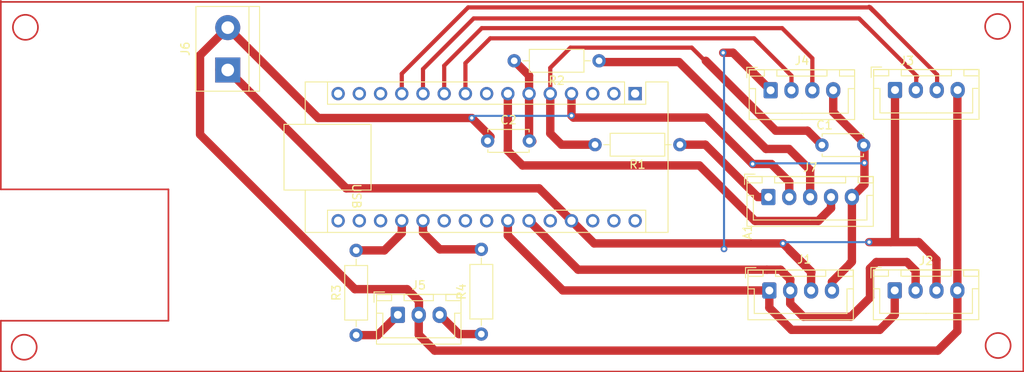
<source format=kicad_pcb>
(kicad_pcb (version 20211014) (generator pcbnew)
  (layers (0 "F.Cu" signal) (31 "B.Cu" signal) (34 "B.Paste" user) (35 "F.Paste" user) (36 "B.SilkS" user "B.Silkscreen") (37 "F.SilkS" user "F.Silkscreen") (38 "B.Mask" user) (39 "F.Mask" user) (44 "Edge.Cuts" user))
  (net 0 "")
  (net 4 "GNDREF")
  (net 5 "Net-(A1-Pad5)")
  (net 6 "Net-(A1-Pad6)")
  (net 7 "Net-(A1-Pad7)")
  (net 9 "Net-(A1-Pad9)")
  (net 10 "Net-(A1-Pad10)")
  (net 11 "Net-(A1-Pad11)")
  (net 12 "Net-(A1-Pad12)")
  (net 19 "Net-(A1-Pad19)")
  (net 20 "Net-(A1-Pad20)")
  (net 24 "Net-(A1-Pad24)")
  (net 25 "Net-(A1-Pad25)")
  (net 27 "+5V")
  (net 30 "Net-(J5-Pad1)")
  (net 31 "Net-(J5-Pad3)")
  (net 32 "Net-(R1-Pad1)")
  (net 33 "Net-(R2-Pad1)")
  (footprint "Capacitor_THT:C_Disc_D4.7mm_W2.5mm_P5.00mm" (layer "F.Cu") (at 73.1412 46.1264)
    (fp_text reference "C2" (at 2.5 -2.5) (layer "F.SilkS"))
    (fp_text value "100n")
    (fp_line (start 0.03 -1.37) (end 0.03 -1.055) (layer "F.SilkS") (width 0.12))
    (fp_line (start 4.97 -1.37) (end 4.97 -1.055) (layer "F.SilkS") (width 0.12))
    (fp_line (start 0.03 1.37) (end 4.97 1.37) (layer "F.SilkS") (width 0.12))
    (fp_line (start 0.03 -1.37) (end 4.97 -1.37) (layer "F.SilkS") (width 0.12))
    (fp_line (start 4.97 1.055) (end 4.97 1.37) (layer "F.SilkS") (width 0.12))
    (fp_line (start 0.03 1.055) (end 0.03 1.37) (layer "F.SilkS") (width 0.12))
    (pad "1" thru_hole circle (at 0 0) (size 1.6 1.6) (drill 0.8) (layers *.Cu *.Mask) (net 4 "GNDREF"))
    (pad "2" thru_hole circle (at 5 0) (size 1.6 1.6) (drill 0.8) (layers *.Cu *.Mask) (net 6 "Net-(A1-Pad6)"))
  )
  (footprint "Connector_JST:JST_XH_B4B-XH-A_1x04_P2.50mm_Vertical" (layer "F.Cu") (at 107.0248 40.0596)
    (fp_text reference "J4" (at 3.75 -3.55) (layer "F.SilkS"))
    (fp_text value "Реле 2")
    (fp_line (start 10.06 -2.46) (end -2.56 -2.46) (layer "F.SilkS") (width 0.12))
    (fp_line (start -2.85 -2.75) (end -2.85 -1.5) (layer "F.SilkS") (width 0.12))
    (fp_line (start -2.55 -0.2) (end -1.8 -0.2) (layer "F.SilkS") (width 0.12))
    (fp_line (start -0.75 -2.45) (end -2.55 -2.45) (layer "F.SilkS") (width 0.12))
    (fp_line (start 6.75 -1.7) (end 6.75 -2.45) (layer "F.SilkS") (width 0.12))
    (fp_line (start -2.56 -2.46) (end -2.56 3.51) (layer "F.SilkS") (width 0.12))
    (fp_line (start -2.55 -2.45) (end -2.55 -1.7) (layer "F.SilkS") (width 0.12))
    (fp_line (start 10.05 -2.45) (end 8.25 -2.45) (layer "F.SilkS") (width 0.12))
    (fp_line (start -0.75 -1.7) (end -0.75 -2.45) (layer "F.SilkS") (width 0.12))
    (fp_line (start -1.6 -2.75) (end -2.85 -2.75) (layer "F.SilkS") (width 0.12))
    (fp_line (start 0.75 -2.45) (end 0.75 -1.7) (layer "F.SilkS") (width 0.12))
    (fp_line (start -1.8 2.75) (end 3.75 2.75) (layer "F.SilkS") (width 0.12))
    (fp_line (start 8.25 -2.45) (end 8.25 -1.7) (layer "F.SilkS") (width 0.12))
    (fp_line (start 9.3 -0.2) (end 9.3 2.75) (layer "F.SilkS") (width 0.12))
    (fp_line (start 0.75 -1.7) (end 6.75 -1.7) (layer "F.SilkS") (width 0.12))
    (fp_line (start -1.8 -0.2) (end -1.8 2.75) (layer "F.SilkS") (width 0.12))
    (fp_line (start 10.05 -1.7) (end 10.05 -2.45) (layer "F.SilkS") (width 0.12))
    (fp_line (start 8.25 -1.7) (end 10.05 -1.7) (layer "F.SilkS") (width 0.12))
    (fp_line (start -2.56 3.51) (end 10.06 3.51) (layer "F.SilkS") (width 0.12))
    (fp_line (start 10.06 3.51) (end 10.06 -2.46) (layer "F.SilkS") (width 0.12))
    (fp_line (start 6.75 -2.45) (end 0.75 -2.45) (layer "F.SilkS") (width 0.12))
    (fp_line (start -2.55 -1.7) (end -0.75 -1.7) (layer "F.SilkS") (width 0.12))
    (fp_line (start 9.3 2.75) (end 3.75 2.75) (layer "F.SilkS") (width 0.12))
    (fp_line (start 10.05 -0.2) (end 9.3 -0.2) (layer "F.SilkS") (width 0.12))
    (pad "1" thru_hole roundrect (at 0 0) (size 1.7 1.95) (drill 0.95) (layers *.Cu *.Mask) (roundrect_rratio 0.147059) (net 27 "+5V"))
    (pad "2" thru_hole oval (at 2.5 0) (size 1.7 1.95) (drill 0.95) (layers *.Cu *.Mask) (net 9 "Net-(A1-Pad9)"))
    (pad "3" thru_hole oval (at 5 0) (size 1.7 1.95) (drill 0.95) (layers *.Cu *.Mask) (net 10 "Net-(A1-Pad10)"))
    (pad "4" thru_hole oval (at 7.5 0) (size 1.7 1.95) (drill 0.95) (layers *.Cu *.Mask) (net 4 "GNDREF"))
  )
  (footprint "Resistor_THT:R_Axial_DIN0207_L6.3mm_D2.5mm_P10.16mm_Horizontal" (layer "F.Cu") (at 72.39 69.2912 90)
    (fp_text reference "R4" (at 5.08 -2.37 90) (layer "F.SilkS"))
    (fp_text value "4,7K")
    (fp_line (start 8.35 -1.37) (end 1.81 -1.37) (layer "F.SilkS") (width 0.12))
    (fp_line (start 1.04 0) (end 1.81 0) (layer "F.SilkS") (width 0.12))
    (fp_line (start 1.81 -1.37) (end 1.81 1.37) (layer "F.SilkS") (width 0.12))
    (fp_line (start 8.35 1.37) (end 8.35 -1.37) (layer "F.SilkS") (width 0.12))
    (fp_line (start 9.12 0) (end 8.35 0) (layer "F.SilkS") (width 0.12))
    (fp_line (start 1.81 1.37) (end 8.35 1.37) (layer "F.SilkS") (width 0.12))
    (pad "1" thru_hole circle (at 0 0 90) (size 1.6 1.6) (drill 0.8) (layers *.Cu *.Mask) (net 31 "Net-(J5-Pad3)"))
    (pad "2" thru_hole oval (at 10.16 0 90) (size 1.6 1.6) (drill 0.8) (layers *.Cu *.Mask) (net 20 "Net-(A1-Pad20)"))
  )
  (footprint "Capacitor_THT:C_Disc_D4.7mm_W2.5mm_P5.00mm" (layer "F.Cu") (at 113.1716 46.6344)
    (fp_text reference "C1" (at 0.3048 -2.3984) (layer "F.SilkS"))
    (fp_text value "100n")
    (fp_line (start 4.97 -1.37) (end 4.97 -1.055) (layer "F.SilkS") (width 0.12))
    (fp_line (start 0.03 -1.37) (end 0.03 -1.055) (layer "F.SilkS") (width 0.12))
    (fp_line (start 4.97 1.055) (end 4.97 1.37) (layer "F.SilkS") (width 0.12))
    (fp_line (start 0.03 -1.37) (end 4.97 -1.37) (layer "F.SilkS") (width 0.12))
    (fp_line (start 0.03 1.055) (end 0.03 1.37) (layer "F.SilkS") (width 0.12))
    (fp_line (start 0.03 1.37) (end 4.97 1.37) (layer "F.SilkS") (width 0.12))
    (pad "1" thru_hole circle (at 0 0) (size 1.6 1.6) (drill 0.8) (layers *.Cu *.Mask) (net 5 "Net-(A1-Pad5)"))
    (pad "2" thru_hole circle (at 5 0) (size 1.6 1.6) (drill 0.8) (layers *.Cu *.Mask) (net 4 "GNDREF"))
  )
  (footprint "Connector_JST:JST_XH_B4B-XH-A_1x04_P2.50mm_Vertical" (layer "F.Cu") (at 106.8724 64.0657)
    (fp_text reference "J1" (at 4.190302 -3.737) (layer "F.SilkS"))
    (fp_text value "LCD1602-1")
    (fp_line (start 6.75 -2.45) (end 0.75 -2.45) (layer "F.SilkS") (width 0.12))
    (fp_line (start -2.56 -2.46) (end -2.56 3.51) (layer "F.SilkS") (width 0.12))
    (fp_line (start -2.55 -0.2) (end -1.8 -0.2) (layer "F.SilkS") (width 0.12))
    (fp_line (start 9.3 -0.2) (end 9.3 2.75) (layer "F.SilkS") (width 0.12))
    (fp_line (start -2.85 -2.75) (end -2.85 -1.5) (layer "F.SilkS") (width 0.12))
    (fp_line (start 10.05 -1.7) (end 10.05 -2.45) (layer "F.SilkS") (width 0.12))
    (fp_line (start 6.75 -1.7) (end 6.75 -2.45) (layer "F.SilkS") (width 0.12))
    (fp_line (start -1.6 -2.75) (end -2.85 -2.75) (layer "F.SilkS") (width 0.12))
    (fp_line (start -2.56 3.51) (end 10.06 3.51) (layer "F.SilkS") (width 0.12))
    (fp_line (start 10.06 3.51) (end 10.06 -2.46) (layer "F.SilkS") (width 0.12))
    (fp_line (start -2.55 -1.7) (end -0.75 -1.7) (layer "F.SilkS") (width 0.12))
    (fp_line (start -1.8 -0.2) (end -1.8 2.75) (layer "F.SilkS") (width 0.12))
    (fp_line (start -0.75 -1.7) (end -0.75 -2.45) (layer "F.SilkS") (width 0.12))
    (fp_line (start 10.06 -2.46) (end -2.56 -2.46) (layer "F.SilkS") (width 0.12))
    (fp_line (start 10.05 -0.2) (end 9.3 -0.2) (layer "F.SilkS") (width 0.12))
    (fp_line (start 8.25 -1.7) (end 10.05 -1.7) (layer "F.SilkS") (width 0.12))
    (fp_line (start 0.75 -1.7) (end 6.75 -1.7) (layer "F.SilkS") (width 0.12))
    (fp_line (start -1.8 2.75) (end 3.75 2.75) (layer "F.SilkS") (width 0.12))
    (fp_line (start -0.75 -2.45) (end -2.55 -2.45) (layer "F.SilkS") (width 0.12))
    (fp_line (start 0.75 -2.45) (end 0.75 -1.7) (layer "F.SilkS") (width 0.12))
    (fp_line (start 10.05 -2.45) (end 8.25 -2.45) (layer "F.SilkS") (width 0.12))
    (fp_line (start -2.55 -2.45) (end -2.55 -1.7) (layer "F.SilkS") (width 0.12))
    (fp_line (start 9.3 2.75) (end 3.75 2.75) (layer "F.SilkS") (width 0.12))
    (fp_line (start 8.25 -2.45) (end 8.25 -1.7) (layer "F.SilkS") (width 0.12))
    (pad "1" thru_hole roundrect (at 0 0) (size 1.7 1.95) (drill 0.95) (layers *.Cu *.Mask) (roundrect_rratio 0.147059) (net 24 "Net-(A1-Pad24)"))
    (pad "2" thru_hole oval (at 2.5 0) (size 1.7 1.95) (drill 0.95) (layers *.Cu *.Mask) (net 25 "Net-(A1-Pad25)"))
    (pad "3" thru_hole oval (at 5 0) (size 1.7 1.95) (drill 0.95) (layers *.Cu *.Mask) (net 27 "+5V"))
    (pad "4" thru_hole oval (at 7.5 0) (size 1.7 1.95) (drill 0.95) (layers *.Cu *.Mask) (net 4 "GNDREF"))
  )
  (footprint "Resistor_THT:R_Axial_DIN0207_L6.3mm_D2.5mm_P10.16mm_Horizontal" (layer "F.Cu") (at 57.404 69.4182 90)
    (fp_text reference "R3" (at 5.08 -2.37 90) (layer "F.SilkS"))
    (fp_text value "4,7K")
    (fp_line (start 1.81 -1.37) (end 1.81 1.37) (layer "F.SilkS") (width 0.12))
    (fp_line (start 9.12 0) (end 8.35 0) (layer "F.SilkS") (width 0.12))
    (fp_line (start 8.35 1.37) (end 8.35 -1.37) (layer "F.SilkS") (width 0.12))
    (fp_line (start 1.04 0) (end 1.81 0) (layer "F.SilkS") (width 0.12))
    (fp_line (start 1.81 1.37) (end 8.35 1.37) (layer "F.SilkS") (width 0.12))
    (fp_line (start 8.35 -1.37) (end 1.81 -1.37) (layer "F.SilkS") (width 0.12))
    (pad "1" thru_hole circle (at 0 0 90) (size 1.6 1.6) (drill 0.8) (layers *.Cu *.Mask) (net 30 "Net-(J5-Pad1)"))
    (pad "2" thru_hole oval (at 10.16 0 90) (size 1.6 1.6) (drill 0.8) (layers *.Cu *.Mask) (net 19 "Net-(A1-Pad19)"))
  )
  (footprint "TerminalBlock:TerminalBlock_bornier-2_P5.08mm" (layer "F.Cu") (at 42.0272 37.6301 90)
    (fp_text reference "J6" (at 2.54 -5.08 90) (layer "F.SilkS"))
    (fp_text value "5V")
    (fp_line (start -2.54 -3.81) (end -2.54 3.81) (layer "F.SilkS") (width 0.12))
    (fp_line (start 7.62 -3.81) (end -2.54 -3.81) (layer "F.SilkS") (width 0.12))
    (fp_line (start 7.62 3.81) (end 7.62 -3.81) (layer "F.SilkS") (width 0.12))
    (fp_line (start -2.54 3.81) (end 7.62 3.81) (layer "F.SilkS") (width 0.12))
    (fp_line (start 7.62 2.54) (end -2.54 2.54) (layer "F.SilkS") (width 0.12))
    (pad "1" thru_hole rect (at 0 0 90) (size 3 3) (drill 1.52) (layers *.Cu *.Mask) (net 27 "+5V"))
    (pad "2" thru_hole circle (at 5.08 0 90) (size 3 3) (drill 1.52) (layers *.Cu *.Mask) (net 4 "GNDREF"))
  )
  (footprint "Connector_JST:JST_XH_B4B-XH-A_1x04_P2.50mm_Vertical" (layer "F.Cu") (at 121.8876 64.0565)
    (fp_text reference "J2" (at 3.75 -3.55) (layer "F.SilkS"))
    (fp_text value "LCD1602-2")
    (fp_line (start -2.55 -0.2) (end -1.8 -0.2) (layer "F.SilkS") (width 0.12))
    (fp_line (start -0.75 -1.7) (end -0.75 -2.45) (layer "F.SilkS") (width 0.12))
    (fp_line (start -1.8 -0.2) (end -1.8 2.75) (layer "F.SilkS") (width 0.12))
    (fp_line (start 10.06 -2.46) (end -2.56 -2.46) (layer "F.SilkS") (width 0.12))
    (fp_line (start 6.75 -2.45) (end 0.75 -2.45) (layer "F.SilkS") (width 0.12))
    (fp_line (start 10.05 -0.2) (end 9.3 -0.2) (layer "F.SilkS") (width 0.12))
    (fp_line (start -0.75 -2.45) (end -2.55 -2.45) (layer "F.SilkS") (width 0.12))
    (fp_line (start 0.75 -2.45) (end 0.75 -1.7) (layer "F.SilkS") (width 0.12))
    (fp_line (start -1.8 2.75) (end 3.75 2.75) (layer "F.SilkS") (width 0.12))
    (fp_line (start 0.75 -1.7) (end 6.75 -1.7) (layer "F.SilkS") (width 0.12))
    (fp_line (start 9.3 2.75) (end 3.75 2.75) (layer "F.SilkS") (width 0.12))
    (fp_line (start 10.06 3.51) (end 10.06 -2.46) (layer "F.SilkS") (width 0.12))
    (fp_line (start 10.05 -1.7) (end 10.05 -2.45) (layer "F.SilkS") (width 0.12))
    (fp_line (start -2.85 -2.75) (end -2.85 -1.5) (layer "F.SilkS") (width 0.12))
    (fp_line (start 8.25 -2.45) (end 8.25 -1.7) (layer "F.SilkS") (width 0.12))
    (fp_line (start -2.55 -1.7) (end -0.75 -1.7) (layer "F.SilkS") (width 0.12))
    (fp_line (start -2.55 -2.45) (end -2.55 -1.7) (layer "F.SilkS") (width 0.12))
    (fp_line (start 9.3 -0.2) (end 9.3 2.75) (layer "F.SilkS") (width 0.12))
    (fp_line (start -2.56 -2.46) (end -2.56 3.51) (layer "F.SilkS") (width 0.12))
    (fp_line (start -2.56 3.51) (end 10.06 3.51) (layer "F.SilkS") (width 0.12))
    (fp_line (start 6.75 -1.7) (end 6.75 -2.45) (layer "F.SilkS") (width 0.12))
    (fp_line (start 10.05 -2.45) (end 8.25 -2.45) (layer "F.SilkS") (width 0.12))
    (fp_line (start -1.6 -2.75) (end -2.85 -2.75) (layer "F.SilkS") (width 0.12))
    (fp_line (start 8.25 -1.7) (end 10.05 -1.7) (layer "F.SilkS") (width 0.12))
    (pad "1" thru_hole roundrect (at 0 0) (size 1.7 1.95) (drill 0.95) (layers *.Cu *.Mask) (roundrect_rratio 0.147059) (net 24 "Net-(A1-Pad24)"))
    (pad "2" thru_hole oval (at 2.5 0) (size 1.7 1.95) (drill 0.95) (layers *.Cu *.Mask) (net 25 "Net-(A1-Pad25)"))
    (pad "3" thru_hole oval (at 5 0) (size 1.7 1.95) (drill 0.95) (layers *.Cu *.Mask) (net 27 "+5V"))
    (pad "4" thru_hole oval (at 7.5 0) (size 1.7 1.95) (drill 0.95) (layers *.Cu *.Mask) (net 4 "GNDREF"))
  )
  (footprint "Module:Arduino_Nano" (layer "F.Cu") (at 90.805 40.4622 -90)
    (fp_text reference "A1" (at 16.5862 -13.462698 90) (layer "F.SilkS"))
    (fp_text value "Arduino_Nano_v3.x")
    (fp_text user "USB" (at 12.2936 33.3629 -90 unlocked) (layer "F.SilkS"))
    (fp_line (start 3.68 42.04) (end 3.68 31.62) (layer "F.SilkS") (width 0.12))
    (fp_line (start 13.97 36.83) (end 16.64 36.83) (layer "F.SilkS") (width 0.12))
    (fp_line (start 13.97 -1.27) (end 13.97 36.83) (layer "F.SilkS") (width 0.12))
    (fp_line (start 1.27 36.83) (end -1.4 36.83) (layer "F.SilkS") (width 0.12))
    (fp_line (start -1.4 -3.94) (end -1.4 -1.27) (layer "F.SilkS") (width 0.12))
    (fp_line (start 16.64 39.5) (end 16.64 -3.94) (layer "F.SilkS") (width 0.12))
    (fp_line (start 16.64 39.5) (end 11.56 39.5) (layer "F.SilkS") (width 0.12))
    (fp_line (start 1.27 1.27) (end 1.27 36.83) (layer "F.SilkS") (width 0.12))
    (fp_line (start 13.97 -1.27) (end 16.64 -1.27) (layer "F.SilkS") (width 0.12))
    (fp_line (start -1.4 39.5) (end 3.68 39.5) (layer "F.SilkS") (width 0.12))
    (fp_line (start 1.27 1.27) (end -1.4 1.27) (layer "F.SilkS") (width 0.12))
    (fp_line (start 16.64 -3.94) (end -1.4 -3.94) (layer "F.SilkS") (width 0.12))
    (fp_line (start 11.56 31.62) (end 11.56 42.04) (layer "F.SilkS") (width 0.12))
    (fp_line (start 1.27 1.27) (end 1.27 -1.27) (layer "F.SilkS") (width 0.12))
    (fp_line (start 1.27 -1.27) (end -1.4 -1.27) (layer "F.SilkS") (width 0.12))
    (fp_line (start 3.68 31.62) (end 11.56 31.62) (layer "F.SilkS") (width 0.12))
    (fp_line (start 11.56 42.04) (end 3.68 42.04) (layer "F.SilkS") (width 0.12))
    (fp_line (start -1.4 1.27) (end -1.4 39.5) (layer "F.SilkS") (width 0.12))
    (pad "1" thru_hole rect (at 0 0 270) (size 1.6 1.6) (drill 1) (layers *.Cu *.Mask))
    (pad "2" thru_hole oval (at 0 2.54 270) (size 1.6 1.6) (drill 1) (layers *.Cu *.Mask))
    (pad "3" thru_hole oval (at 0 5.08 270) (size 1.6 1.6) (drill 1) (layers *.Cu *.Mask))
    (pad "4" thru_hole oval (at 0 7.62 270) (size 1.6 1.6) (drill 1) (layers *.Cu *.Mask) (net 4 "GNDREF"))
    (pad "5" thru_hole oval (at 0 10.16 270) (size 1.6 1.6) (drill 1) (layers *.Cu *.Mask) (net 5 "Net-(A1-Pad5)"))
    (pad "6" thru_hole oval (at 0 12.7 270) (size 1.6 1.6) (drill 1) (layers *.Cu *.Mask) (net 6 "Net-(A1-Pad6)"))
    (pad "7" thru_hole oval (at 0 15.24 270) (size 1.6 1.6) (drill 1) (layers *.Cu *.Mask) (net 7 "Net-(A1-Pad7)"))
    (pad "8" thru_hole oval (at 0 17.78 270) (size 1.6 1.6) (drill 1) (layers *.Cu *.Mask))
    (pad "9" thru_hole oval (at 0 20.32 270) (size 1.6 1.6) (drill 1) (layers *.Cu *.Mask) (net 9 "Net-(A1-Pad9)"))
    (pad "10" thru_hole oval (at 0 22.86 270) (size 1.6 1.6) (drill 1) (layers *.Cu *.Mask) (net 10 "Net-(A1-Pad10)"))
    (pad "11" thru_hole oval (at 0 25.4 270) (size 1.6 1.6) (drill 1) (layers *.Cu *.Mask) (net 11 "Net-(A1-Pad11)"))
    (pad "12" thru_hole oval (at 0 27.94 270) (size 1.6 1.6) (drill 1) (layers *.Cu *.Mask) (net 12 "Net-(A1-Pad12)"))
    (pad "13" thru_hole oval (at 0 30.48 270) (size 1.6 1.6) (drill 1) (layers *.Cu *.Mask))
    (pad "14" thru_hole oval (at 0 33.02 270) (size 1.6 1.6) (drill 1) (layers *.Cu *.Mask))
    (pad "15" thru_hole oval (at 0 35.56 270) (size 1.6 1.6) (drill 1) (layers *.Cu *.Mask))
    (pad "16" thru_hole oval (at 15.24 35.56 270) (size 1.6 1.6) (drill 1) (layers *.Cu *.Mask))
    (pad "17" thru_hole oval (at 15.24 33.02 270) (size 1.6 1.6) (drill 1) (layers *.Cu *.Mask))
    (pad "18" thru_hole oval (at 15.24 30.48 270) (size 1.6 1.6) (drill 1) (layers *.Cu *.Mask))
    (pad "19" thru_hole oval (at 15.24 27.94 270) (size 1.6 1.6) (drill 1) (layers *.Cu *.Mask) (net 19 "Net-(A1-Pad19)"))
    (pad "20" thru_hole oval (at 15.24 25.4 270) (size 1.6 1.6) (drill 1) (layers *.Cu *.Mask) (net 20 "Net-(A1-Pad20)"))
    (pad "21" thru_hole oval (at 15.24 22.86 270) (size 1.6 1.6) (drill 1) (layers *.Cu *.Mask))
    (pad "22" thru_hole oval (at 15.24 20.32 270) (size 1.6 1.6) (drill 1) (layers *.Cu *.Mask))
    (pad "23" thru_hole oval (at 15.24 17.78 270) (size 1.6 1.6) (drill 1) (layers *.Cu *.Mask))
    (pad "24" thru_hole oval (at 15.24 15.24 270) (size 1.6 1.6) (drill 1) (layers *.Cu *.Mask) (net 24 "Net-(A1-Pad24)"))
    (pad "25" thru_hole oval (at 15.24 12.7 270) (size 1.6 1.6) (drill 1) (layers *.Cu *.Mask) (net 25 "Net-(A1-Pad25)"))
    (pad "26" thru_hole oval (at 15.24 10.16 270) (size 1.6 1.6) (drill 1) (layers *.Cu *.Mask))
    (pad "27" thru_hole oval (at 15.24 7.62 270) (size 1.6 1.6) (drill 1) (layers *.Cu *.Mask) (net 27 "+5V"))
    (pad "28" thru_hole oval (at 15.24 5.08 270) (size 1.6 1.6) (drill 1) (layers *.Cu *.Mask))
    (pad "29" thru_hole oval (at 15.24 2.54 270) (size 1.6 1.6) (drill 1) (layers *.Cu *.Mask))
    (pad "30" thru_hole oval (at 15.24 0 270) (size 1.6 1.6) (drill 1) (layers *.Cu *.Mask))
  )
  (footprint "Connector_JST:JST_XH_B5B-XH-A_1x05_P2.50mm_Vertical" (layer "F.Cu") (at 106.76 52.8658)
    (fp_text reference "J7" (at 5 -3.55) (layer "F.SilkS"))
    (fp_text value "Encoder")
    (fp_line (start -1.6 -2.75) (end -2.85 -2.75) (layer "F.SilkS") (width 0.12))
    (fp_line (start 0.75 -2.45) (end 0.75 -1.7) (layer "F.SilkS") (width 0.12))
    (fp_line (start 12.55 -2.45) (end 10.75 -2.45) (layer "F.SilkS") (width 0.12))
    (fp_line (start -2.56 3.51) (end 12.56 3.51) (layer "F.SilkS") (width 0.12))
    (fp_line (start -2.55 -1.7) (end -0.75 -1.7) (layer "F.SilkS") (width 0.12))
    (fp_line (start -1.8 -0.2) (end -1.8 2.75) (layer "F.SilkS") (width 0.12))
    (fp_line (start 9.25 -1.7) (end 9.25 -2.45) (layer "F.SilkS") (width 0.12))
    (fp_line (start -2.85 -2.75) (end -2.85 -1.5) (layer "F.SilkS") (width 0.12))
    (fp_line (start 12.56 -2.46) (end -2.56 -2.46) (layer "F.SilkS") (width 0.12))
    (fp_line (start -0.75 -1.7) (end -0.75 -2.45) (layer "F.SilkS") (width 0.12))
    (fp_line (start 10.75 -2.45) (end 10.75 -1.7) (layer "F.SilkS") (width 0.12))
    (fp_line (start -2.55 -0.2) (end -1.8 -0.2) (layer "F.SilkS") (width 0.12))
    (fp_line (start 9.25 -2.45) (end 0.75 -2.45) (layer "F.SilkS") (width 0.12))
    (fp_line (start -1.8 2.75) (end 5 2.75) (layer "F.SilkS") (width 0.12))
    (fp_line (start 10.75 -1.7) (end 12.55 -1.7) (layer "F.SilkS") (width 0.12))
    (fp_line (start 12.56 3.51) (end 12.56 -2.46) (layer "F.SilkS") (width 0.12))
    (fp_line (start -2.56 -2.46) (end -2.56 3.51) (layer "F.SilkS") (width 0.12))
    (fp_line (start 12.55 -0.2) (end 11.8 -0.2) (layer "F.SilkS") (width 0.12))
    (fp_line (start 11.8 2.75) (end 5 2.75) (layer "F.SilkS") (width 0.12))
    (fp_line (start -2.55 -2.45) (end -2.55 -1.7) (layer "F.SilkS") (width 0.12))
    (fp_line (start 12.55 -1.7) (end 12.55 -2.45) (layer "F.SilkS") (width 0.12))
    (fp_line (start -0.75 -2.45) (end -2.55 -2.45) (layer "F.SilkS") (width 0.12))
    (fp_line (start 11.8 -0.2) (end 11.8 2.75) (layer "F.SilkS") (width 0.12))
    (fp_line (start 0.75 -1.7) (end 9.25 -1.7) (layer "F.SilkS") (width 0.12))
    (pad "1" thru_hole roundrect (at 0 0) (size 1.7 1.95) (drill 0.95) (layers *.Cu *.Mask) (roundrect_rratio 0.147059) (net 32 "Net-(R1-Pad1)"))
    (pad "2" thru_hole oval (at 2.5 0) (size 1.7 1.95) (drill 0.95) (layers *.Cu *.Mask) (net 4 "GNDREF"))
    (pad "3" thru_hole oval (at 5 0) (size 1.7 1.95) (drill 0.95) (layers *.Cu *.Mask) (net 33 "Net-(R2-Pad1)"))
    (pad "4" thru_hole oval (at 7.5 0) (size 1.7 1.95) (drill 0.95) (layers *.Cu *.Mask) (net 7 "Net-(A1-Pad7)"))
    (pad "5" thru_hole oval (at 10 0) (size 1.7 1.95) (drill 0.95) (layers *.Cu *.Mask) (net 4 "GNDREF"))
  )
  (footprint "Connector_JST:JST_XH_B3B-XH-A_1x03_P2.50mm_Vertical" (layer "F.Cu") (at 62.397 66.9882)
    (fp_text reference "J5" (at 2.5 -3.55) (layer "F.SilkS"))
    (fp_text value "Audio IN")
    (fp_line (start 7.55 -0.2) (end 6.8 -0.2) (layer "F.SilkS") (width 0.12))
    (fp_line (start 6.8 -0.2) (end 6.8 2.75) (layer "F.SilkS") (width 0.12))
    (fp_line (start -2.55 -2.45) (end -2.55 -1.7) (layer "F.SilkS") (width 0.12))
    (fp_line (start -1.8 -0.2) (end -1.8 2.75) (layer "F.SilkS") (width 0.12))
    (fp_line (start -1.6 -2.75) (end -2.85 -2.75) (layer "F.SilkS") (width 0.12))
    (fp_line (start 6.8 2.75) (end 2.5 2.75) (layer "F.SilkS") (width 0.12))
    (fp_line (start 7.56 3.51) (end 7.56 -2.46) (layer "F.SilkS") (width 0.12))
    (fp_line (start 5.75 -2.45) (end 5.75 -1.7) (layer "F.SilkS") (width 0.12))
    (fp_line (start 4.25 -2.45) (end 0.75 -2.45) (layer "F.SilkS") (width 0.12))
    (fp_line (start -0.75 -1.7) (end -0.75 -2.45) (layer "F.SilkS") (width 0.12))
    (fp_line (start -0.75 -2.45) (end -2.55 -2.45) (layer "F.SilkS") (width 0.12))
    (fp_line (start 5.75 -1.7) (end 7.55 -1.7) (layer "F.SilkS") (width 0.12))
    (fp_line (start -2.85 -2.75) (end -2.85 -1.5) (layer "F.SilkS") (width 0.12))
    (fp_line (start 7.55 -2.45) (end 5.75 -2.45) (layer "F.SilkS") (width 0.12))
    (fp_line (start 7.56 -2.46) (end -2.56 -2.46) (layer "F.SilkS") (width 0.12))
    (fp_line (start 0.75 -2.45) (end 0.75 -1.7) (layer "F.SilkS") (width 0.12))
    (fp_line (start 4.25 -1.7) (end 4.25 -2.45) (layer "F.SilkS") (width 0.12))
    (fp_line (start -2.56 3.51) (end 7.56 3.51) (layer "F.SilkS") (width 0.12))
    (fp_line (start 0.75 -1.7) (end 4.25 -1.7) (layer "F.SilkS") (width 0.12))
    (fp_line (start -2.55 -0.2) (end -1.8 -0.2) (layer "F.SilkS") (width 0.12))
    (fp_line (start 7.55 -1.7) (end 7.55 -2.45) (layer "F.SilkS") (width 0.12))
    (fp_line (start -2.56 -2.46) (end -2.56 3.51) (layer "F.SilkS") (width 0.12))
    (fp_line (start -2.55 -1.7) (end -0.75 -1.7) (layer "F.SilkS") (width 0.12))
    (fp_line (start -1.8 2.75) (end 2.5 2.75) (layer "F.SilkS") (width 0.12))
    (pad "1" thru_hole roundrect (at 0 0) (size 1.7 1.95) (drill 0.95) (layers *.Cu *.Mask) (roundrect_rratio 0.147059) (net 30 "Net-(J5-Pad1)"))
    (pad "2" thru_hole oval (at 2.5 0) (size 1.7 1.95) (drill 0.95) (layers *.Cu *.Mask) (net 4 "GNDREF"))
    (pad "3" thru_hole oval (at 5 0) (size 1.7 1.95) (drill 0.95) (layers *.Cu *.Mask) (net 31 "Net-(J5-Pad3)"))
  )
  (footprint "Resistor_THT:R_Axial_DIN0207_L6.3mm_D2.5mm_P10.16mm_Horizontal" (layer "F.Cu") (at 86.487 36.5252 180)
    (fp_text reference "R2" (at 5.08 -2.37) (layer "F.SilkS"))
    (fp_text value "10K")
    (fp_line (start 1.04 0) (end 1.81 0) (layer "F.SilkS") (width 0.12))
    (fp_line (start 8.35 1.37) (end 8.35 -1.37) (layer "F.SilkS") (width 0.12))
    (fp_line (start 1.81 -1.37) (end 1.81 1.37) (layer "F.SilkS") (width 0.12))
    (fp_line (start 1.81 1.37) (end 8.35 1.37) (layer "F.SilkS") (width 0.12))
    (fp_line (start 8.35 -1.37) (end 1.81 -1.37) (layer "F.SilkS") (width 0.12))
    (fp_line (start 9.12 0) (end 8.35 0) (layer "F.SilkS") (width 0.12))
    (pad "1" thru_hole circle (at 0 0 180) (size 1.6 1.6) (drill 0.8) (layers *.Cu *.Mask) (net 33 "Net-(R2-Pad1)"))
    (pad "2" thru_hole oval (at 10.16 0 180) (size 1.6 1.6) (drill 0.8) (layers *.Cu *.Mask) (net 6 "Net-(A1-Pad6)"))
  )
  (footprint "Connector_JST:JST_XH_B4B-XH-A_1x04_P2.50mm_Vertical" (layer "F.Cu") (at 121.92 40.0304)
    (fp_text reference "J3" (at 1.424 -3.51) (layer "F.SilkS"))
    (fp_text value "Реле 1")
    (fp_line (start 10.05 -2.45) (end 8.25 -2.45) (layer "F.SilkS") (width 0.12))
    (fp_line (start -2.55 -0.2) (end -1.8 -0.2) (layer "F.SilkS") (width 0.12))
    (fp_line (start 10.06 3.51) (end 10.06 -2.46) (layer "F.SilkS") (width 0.12))
    (fp_line (start 10.05 -0.2) (end 9.3 -0.2) (layer "F.SilkS") (width 0.12))
    (fp_line (start -1.8 2.75) (end 3.75 2.75) (layer "F.SilkS") (width 0.12))
    (fp_line (start -2.55 -1.7) (end -0.75 -1.7) (layer "F.SilkS") (width 0.12))
    (fp_line (start -1.6 -2.75) (end -2.85 -2.75) (layer "F.SilkS") (width 0.12))
    (fp_line (start -2.55 -2.45) (end -2.55 -1.7) (layer "F.SilkS") (width 0.12))
    (fp_line (start 0.75 -2.45) (end 0.75 -1.7) (layer "F.SilkS") (width 0.12))
    (fp_line (start 10.05 -1.7) (end 10.05 -2.45) (layer "F.SilkS") (width 0.12))
    (fp_line (start 6.75 -2.45) (end 0.75 -2.45) (layer "F.SilkS") (width 0.12))
    (fp_line (start 9.3 2.75) (end 3.75 2.75) (layer "F.SilkS") (width 0.12))
    (fp_line (start 0.75 -1.7) (end 6.75 -1.7) (layer "F.SilkS") (width 0.12))
    (fp_line (start -2.56 -2.46) (end -2.56 3.51) (layer "F.SilkS") (width 0.12))
    (fp_line (start 8.25 -1.7) (end 10.05 -1.7) (layer "F.SilkS") (width 0.12))
    (fp_line (start -1.8 -0.2) (end -1.8 2.75) (layer "F.SilkS") (width 0.12))
    (fp_line (start 8.25 -2.45) (end 8.25 -1.7) (layer "F.SilkS") (width 0.12))
    (fp_line (start -0.75 -2.45) (end -2.55 -2.45) (layer "F.SilkS") (width 0.12))
    (fp_line (start 6.75 -1.7) (end 6.75 -2.45) (layer "F.SilkS") (width 0.12))
    (fp_line (start 10.06 -2.46) (end -2.56 -2.46) (layer "F.SilkS") (width 0.12))
    (fp_line (start 9.3 -0.2) (end 9.3 2.75) (layer "F.SilkS") (width 0.12))
    (fp_line (start -0.75 -1.7) (end -0.75 -2.45) (layer "F.SilkS") (width 0.12))
    (fp_line (start -2.56 3.51) (end 10.06 3.51) (layer "F.SilkS") (width 0.12))
    (fp_line (start -2.85 -2.75) (end -2.85 -1.5) (layer "F.SilkS") (width 0.12))
    (pad "1" thru_hole roundrect (at 0 0) (size 1.7 1.95) (drill 0.95) (layers *.Cu *.Mask) (roundrect_rratio 0.147059) (net 27 "+5V"))
    (pad "2" thru_hole oval (at 2.5 0) (size 1.7 1.95) (drill 0.95) (layers *.Cu *.Mask) (net 11 "Net-(A1-Pad11)"))
    (pad "3" thru_hole oval (at 5 0) (size 1.7 1.95) (drill 0.95) (layers *.Cu *.Mask) (net 12 "Net-(A1-Pad12)"))
    (pad "4" thru_hole oval (at 7.5 0) (size 1.7 1.95) (drill 0.95) (layers *.Cu *.Mask) (net 4 "GNDREF"))
  )
  (footprint "Resistor_THT:R_Axial_DIN0207_L6.3mm_D2.5mm_P10.16mm_Horizontal" (layer "F.Cu") (at 96.1644 46.5836 180)
    (fp_text reference "R1" (at 5.08 -2.37) (layer "F.SilkS"))
    (fp_text value "10K")
    (fp_line (start 9.12 0) (end 8.35 0) (layer "F.SilkS") (width 0.12))
    (fp_line (start 1.04 0) (end 1.81 0) (layer "F.SilkS") (width 0.12))
    (fp_line (start 8.35 -1.37) (end 1.81 -1.37) (layer "F.SilkS") (width 0.12))
    (fp_line (start 8.35 1.37) (end 8.35 -1.37) (layer "F.SilkS") (width 0.12))
    (fp_line (start 1.81 1.37) (end 8.35 1.37) (layer "F.SilkS") (width 0.12))
    (fp_line (start 1.81 -1.37) (end 1.81 1.37) (layer "F.SilkS") (width 0.12))
    (pad "1" thru_hole circle (at 0 0 180) (size 1.6 1.6) (drill 0.8) (layers *.Cu *.Mask) (net 32 "Net-(R1-Pad1)"))
    (pad "2" thru_hole oval (at 10.16 0 180) (size 1.6 1.6) (drill 0.8) (layers *.Cu *.Mask) (net 5 "Net-(A1-Pad5)"))
  )
  (gr_circle (center 134.2644 70.6628) (end 135.7644 70.6628) (layer "F.Cu") (width 0.2) (fill none))
  (gr_line (start 14.859 67.691) (end 34.925 67.691) (layer "F.Cu") (width 0.2))
  (gr_line (start 14.859 73.787) (end 14.859 67.691) (layer "F.Cu") (width 0.2))
  (gr_line (start 137.287 29.464) (end 137.287 73.787) (layer "F.Cu") (width 0.2))
  (gr_line (start 14.859 51.943) (end 14.859 29.337) (layer "F.Cu") (width 0.2))
  (gr_line (start 137.287 73.787) (end 14.859 73.787) (layer "F.Cu") (width 0.2))
  (gr_circle (center 17.653 70.866) (end 19.153 70.866) (layer "F.Cu") (width 0.2) (fill none))
  (gr_circle (center 17.804 32.512) (end 19.304 32.512) (layer "F.Cu") (width 0.2) (fill none))
  (gr_line (start 14.859 29.464) (end 137.287 29.464) (layer "F.Cu") (width 0.2))
  (gr_line (start 34.925 51.943) (end 14.859 51.943) (layer "F.Cu") (width 0.2))
  (gr_line (start 34.925 67.691) (end 34.925 51.943) (layer "F.Cu") (width 0.2))
  (gr_circle (center 134.2136 32.4104) (end 135.7136 32.4104) (layer "F.Cu") (width 0.2) (fill none))
  (segment (start 104.8766 48.895) (end 99.314 43.3324) (width 1) (layer "F.Cu") (net 4))
  (segment (start 64.897 69.3674) (end 66.802 71.2724) (width 1) (layer "F.Cu") (net 4))
  (segment (start 114.3724 63.0212) (end 114.3724 64.0657) (width 1) (layer "F.Cu") (net 4))
  (segment (start 129.1844 64.2597) (end 129.3876 64.0565) (width 1) (layer "F.Cu") (net 4))
  (segment (start 129.3876 68.9356) (end 129.3876 40.0628) (width 1) (layer "F.Cu") (net 4))
  (segment (start 42.0272 32.5501) (end 38.7096 35.8677) (width 1) (layer "F.Cu") (net 4))
  (segment (start 116.6476 52.7534) (end 116.76 52.8658) (width 0.25) (layer "F.Cu") (net 4))
  (segment (start 64.897 66.9882) (end 64.897 69.3674) (width 1) (layer "F.Cu") (net 4))
  (segment (start 71.247 43.3832) (end 52.8603 43.3832) (width 1) (layer "F.Cu") (net 4))
  (segment (start 63.5 63.9064) (end 64.9224 65.3288) (width 1) (layer "F.Cu") (net 4))
  (segment (start 116.76 52.8658) (end 116.76 60.5828) (width 1) (layer "F.Cu") (net 4))
  (segment (start 109.2708 51.054) (end 109.26 51.0648) (width 0.25) (layer "F.Cu") (net 4))
  (segment (start 109.26 51.0648) (end 109.26 52.8658) (width 1) (layer "F.Cu") (net 4))
  (segment (start 64.9224 66.9628) (end 64.897 66.9882) (width 1) (layer "F.Cu") (net 4))
  (segment (start 83.4136 43.3324) (end 83.185 43.1038) (width 1) (layer "F.Cu") (net 4))
  (segment (start 38.7096 35.8677) (end 38.7096 45.212) (width 1) (layer "F.Cu") (net 4))
  (segment (start 83.185 43.1038) (end 83.185 40.4622) (width 1) (layer "F.Cu") (net 4))
  (segment (start 114.5248 42.6828) (end 118.2624 46.4204) (width 1) (layer "F.Cu") (net 4))
  (segment (start 57.2516 63.9064) (end 63.5 63.9064) (width 1) (layer "F.Cu") (net 4))
  (segment (start 118.2624 46.4204) (end 118.2624 51.3634) (width 1) (layer "F.Cu") (net 4))
  (segment (start 104.8766 48.895) (end 107.1118 48.895) (width 1) (layer "F.Cu") (net 4))
  (segment (start 127.0508 71.2724) (end 129.3876 68.9356) (width 1) (layer "F.Cu") (net 4))
  (segment (start 64.9224 65.3288) (end 64.9224 66.9628) (width 1) (layer "F.Cu") (net 4))
  (segment (start 118.2624 51.3634) (end 116.76 52.8658) (width 1) (layer "F.Cu") (net 4))
  (segment (start 114.4524 40.132) (end 114.5248 40.0596) (width 1) (layer "F.Cu") (net 4))
  (segment (start 116.7384 60.6552) (end 114.3724 63.0212) (width 1) (layer "F.Cu") (net 4))
  (segment (start 129.3876 40.0628) (end 129.42 40.0304) (width 1) (layer "F.Cu") (net 4))
  (segment (start 99.314 43.3324) (end 83.4136 43.3324) (width 1) (layer "F.Cu") (net 4))
  (segment (start 66.802 71.2724) (end 127.0508 71.2724) (width 1) (layer "F.Cu") (net 4))
  (segment (start 107.1118 48.895) (end 109.2708 51.054) (width 1) (layer "F.Cu") (net 4))
  (segment (start 52.8603 43.3832) (end 41.9891 32.512) (width 1) (layer "F.Cu") (net 4))
  (segment (start 116.76 60.5828) (end 116.5352 60.8076) (width 1) (layer "F.Cu") (net 4))
  (segment (start 38.7096 45.3644) (end 57.2516 63.9064) (width 1) (layer "F.Cu") (net 4))
  (segment (start 73.4968 46.1772) (end 73.4968 45.633) (width 0.25) (layer "F.Cu") (net 4))
  (segment (start 114.5248 40.0596) (end 114.5248 42.6828) (width 1) (layer "F.Cu") (net 4))
  (segment (start 73.4968 45.633) (end 71.247 43.3832) (width 1) (layer "F.Cu") (net 4))
  (segment (start 114.454 63.7163) (end 114.8204 64.0827) (width 0.25) (layer "F.Cu") (net 4))
  (via (at 83.185 43.1038) (size 0.8) (drill 0.4) (layers "F.Cu" "B.Cu") (net 4))
  (via (at 71.247 43.3832) (size 0.8) (drill 0.4) (layers "F.Cu" "B.Cu") (net 4))
  (via (at 118.2624 48.768) (size 0.8) (drill 0.4) (layers "F.Cu" "B.Cu") (net 4))
  (via (at 104.8766 48.895) (size 0.8) (drill 0.4) (layers "F.Cu" "B.Cu") (net 4))
  (segment (start 83.185 43.1038) (end 83.1596 43.1292) (width 0.25) (layer "B.Cu") (net 4))
  (segment (start 118.2624 48.768) (end 118.2116 48.8188) (width 0.25) (layer "B.Cu") (net 4))
  (segment (start 118.2116 48.8188) (end 104.9528 48.8188) (width 0.25) (layer "B.Cu") (net 4))
  (segment (start 104.9528 48.8188) (end 104.8766 48.895) (width 0.25) (layer "B.Cu") (net 4))
  (segment (start 71.501 43.1292) (end 71.247 43.3832) (width 0.25) (layer "B.Cu") (net 4))
  (segment (start 83.1596 43.1292) (end 71.501 43.1292) (width 0.25) (layer "B.Cu") (net 4))
  (segment (start 80.645 40.4622) (end 80.645 45.2374) (width 1) (layer "F.Cu") (net 5))
  (segment (start 111.4444 44.9072) (end 113.1716 46.6344) (width 1) (layer "F.Cu") (net 5))
  (segment (start 80.645 45.2374) (end 81.9912 46.5836) (width 1) (layer "F.Cu") (net 5))
  (segment (start 83.058 34.9504) (end 97.5868 34.9504) (width 0.5) (layer "F.Cu") (net 5))
  (segment (start 80.645 37.3634) (end 83.058 34.9504) (width 0.5) (layer "F.Cu") (net 5))
  (segment (start 81.9912 46.5836) (end 86.0044 46.5836) (width 1) (layer "F.Cu") (net 5))
  (segment (start 80.645 40.4622) (end 80.645 37.3634) (width 0.5) (layer "F.Cu") (net 5))
  (segment (start 107.6452 44.9072) (end 111.4444 44.9072) (width 1) (layer "F.Cu") (net 5))
  (segment (start 99.2632 36.5252) (end 107.6452 44.9072) (width 1) (layer "F.Cu") (net 5))
  (segment (start 97.5868 34.9504) (end 99.6188 36.9824) (width 0.5) (layer "F.Cu") (net 5))
  (segment (start 78.4968 46.1772) (end 78.1304 45.8108) (width 1) (layer "F.Cu") (net 6))
  (segment (start 78.105 46.0902) (end 78.1412 46.1264) (width 0.5) (layer "F.Cu") (net 6))
  (segment (start 78.105 40.4622) (end 78.105 46.0902) (width 1) (layer "F.Cu") (net 6))
  (segment (start 78.105 40.4622) (end 78.105 38.3032) (width 1) (layer "F.Cu") (net 6))
  (segment (start 78.105 38.3032) (end 76.327 36.5252) (width 1) (layer "F.Cu") (net 6))
  (segment (start 105.2068 55.7276) (end 112.7252 55.7276) (width 1) (layer "F.Cu") (net 7))
  (segment (start 75.565 47.3202) (end 77.3176 49.0728) (width 1) (layer "F.Cu") (net 7))
  (segment (start 112.7252 55.7276) (end 114.26 54.1928) (width 1) (layer "F.Cu") (net 7))
  (segment (start 98.5012 49.0728) (end 105.156 55.7276) (width 1) (layer "F.Cu") (net 7))
  (segment (start 114.26 54.1928) (end 114.26 52.8658) (width 1) (layer "F.Cu") (net 7))
  (segment (start 75.565 40.4622) (end 75.565 47.3202) (width 1) (layer "F.Cu") (net 7))
  (segment (start 77.3176 49.0728) (end 98.5012 49.0728) (width 1) (layer "F.Cu") (net 7))
  (segment (start 105.0544 33.8328) (end 105.664 34.4424) (width 0.5) (layer "F.Cu") (net 9))
  (segment (start 109.5248 38.314) (end 109.5248 40.0596) (width 0.5) (layer "F.Cu") (net 9))
  (segment (start 73.4568 33.8328) (end 105.0544 33.8328) (width 0.5) (layer "F.Cu") (net 9))
  (segment (start 70.485 40.4622) (end 70.485 36.8046) (width 0.5) (layer "F.Cu") (net 9))
  (segment (start 105.1452 33.9344) (end 109.5248 38.314) (width 0.5) (layer "F.Cu") (net 9))
  (segment (start 109.5248 40.0596) (end 109.5248 39.1776) (width 0.25) (layer "F.Cu") (net 9))
  (segment (start 70.485 36.8046) (end 73.4568 33.8328) (width 0.5) (layer "F.Cu") (net 9))
  (segment (start 108.4072 32.6136) (end 112.0248 36.2312) (width 0.5) (layer "F.Cu") (net 10))
  (segment (start 112.0248 38.528) (end 112.0248 40.0596) (width 0.5) (layer "F.Cu") (net 10))
  (segment (start 72.4408 32.6136) (end 108.4072 32.6136) (width 0.5) (layer "F.Cu") (net 10))
  (segment (start 112.0248 36.2312) (end 112.0248 40.0596) (width 0.5) (layer "F.Cu") (net 10))
  (segment (start 67.945 37.1094) (end 72.4408 32.6136) (width 0.5) (layer "F.Cu") (net 10))
  (segment (start 67.945 40.4622) (end 67.945 37.1094) (width 0.5) (layer "F.Cu") (net 10))
  (segment (start 112.0248 40.0596) (end 112.0248 39.1884) (width 0.25) (layer "F.Cu") (net 10))
  (segment (start 117.6636 31.4852) (end 124.5724 38.394) (width 0.5) (layer "F.Cu") (net 11))
  (segment (start 65.405 37.5158) (end 71.4756 31.4452) (width 0.5) (layer "F.Cu") (net 11))
  (segment (start 124.5724 38.394) (end 124.46 38.5064) (width 0.5) (layer "F.Cu") (net 11))
  (segment (start 117.602 31.4452) (end 118.5164 32.3596) (width 0.5) (layer "F.Cu") (net 11))
  (segment (start 71.4756 31.4452) (end 117.602 31.4452) (width 0.5) (layer "F.Cu") (net 11))
  (segment (start 65.405 40.4622) (end 65.405 37.5158) (width 0.5) (layer "F.Cu") (net 11))
  (segment (start 124.46 38.5064) (end 124.46 39.998) (width 0.5) (layer "F.Cu") (net 11))
  (segment (start 118.8232 30.054) (end 119.2892 30.52) (width 0.5) (layer "F.Cu") (net 12))
  (segment (start 119.2892 30.52) (end 126.96 38.1908) (width 0.5) (layer "F.Cu") (net 12))
  (segment (start 62.865 38.0746) (end 70.8152 30.1244) (width 0.5) (layer "F.Cu") (net 12))
  (segment (start 62.865 40.4622) (end 62.865 38.0746) (width 0.5) (layer "F.Cu") (net 12))
  (segment (start 118.9336 30.1644) (end 119.2892 30.52) (width 0.5) (layer "F.Cu") (net 12))
  (segment (start 118.9736 30.1244) (end 120.65 31.8008) (width 0.5) (layer "F.Cu") (net 12))
  (segment (start 70.8152 30.1244) (end 118.9736 30.1244) (width 0.5) (layer "F.Cu") (net 12))
  (segment (start 126.96 38.1908) (end 126.96 39.998) (width 0.5) (layer "F.Cu") (net 12))
  (segment (start 62.865 57.1754) (end 62.865 55.7022) (width 1) (layer "F.Cu") (net 19))
  (segment (start 57.404 59.2582) (end 60.7822 59.2582) (width 1) (layer "F.Cu") (net 19))
  (segment (start 60.7822 59.2582) (end 62.865 57.1754) (width 1) (layer "F.Cu") (net 19))
  (segment (start 67.4116 59.1312) (end 72.39 59.1312) (width 1) (layer "F.Cu") (net 20))
  (segment (start 65.405 57.1246) (end 67.4116 59.1312) (width 1) (layer "F.Cu") (net 20))
  (segment (start 65.405 55.7022) (end 65.405 57.1246) (width 1) (layer "F.Cu") (net 20))
  (segment (start 75.565 57.4802) (end 82.1436 64.0588) (width 1) (layer "F.Cu") (net 24))
  (segment (start 106.8724 66.1308) (end 109.5248 68.7832) (width 1) (layer "F.Cu") (net 24))
  (segment (start 106.7878 63.9811) (end 106.8724 64.0657) (width 1) (layer "F.Cu") (net 24))
  (segment (start 121.8876 66.9868) (end 121.8876 64.0565) (width 1) (layer "F.Cu") (net 24))
  (segment (start 82.1436 64.0588) (end 106.8655 64.0588) (width 1) (layer "F.Cu") (net 24))
  (segment (start 106.8655 64.0588) (end 106.8724 64.0657) (width 1) (layer "F.Cu") (net 24))
  (segment (start 120.0912 68.7832) (end 121.8876 66.9868) (width 1) (layer "F.Cu") (net 24))
  (segment (start 75.565 55.7022) (end 75.565 57.4802) (width 1) (layer "F.Cu") (net 24))
  (segment (start 106.8724 64.0657) (end 106.8724 66.1308) (width 1) (layer "F.Cu") (net 24))
  (segment (start 109.5248 68.7832) (end 120.0912 68.7832) (width 1) (layer "F.Cu") (net 24))
  (segment (start 123.3424 60.6552) (end 124.3876 61.7004) (width 1) (layer "F.Cu") (net 25))
  (segment (start 109.3724 62.9343) (end 109.3724 64.0657) (width 1) (layer "F.Cu") (net 25))
  (segment (start 118.9228 61.4172) (end 119.6848 60.6552) (width 1) (layer "F.Cu") (net 25))
  (segment (start 108.207 61.5696) (end 109.3993 62.7619) (width 1) (layer "F.Cu") (net 25))
  (segment (start 116.6368 67.2084) (end 118.9228 64.9224) (width 1) (layer "F.Cu") (net 25))
  (segment (start 78.105 55.7022) (end 83.9724 61.5696) (width 1) (layer "F.Cu") (net 25))
  (segment (start 109.3724 64.0657) (end 109.3724 65.6336) (width 1) (layer "F.Cu") (net 25))
  (segment (start 119.6848 60.6552) (end 123.3424 60.6552) (width 1) (layer "F.Cu") (net 25))
  (segment (start 118.9228 64.9224) (end 118.9228 61.4172) (width 1) (layer "F.Cu") (net 25))
  (segment (start 118.5672 65.7591) (end 118.9228 65.4035) (width 0.25) (layer "F.Cu") (net 25))
  (segment (start 124.3876 61.7004) (end 124.3876 64.0565) (width 1) (layer "F.Cu") (net 25))
  (segment (start 83.9724 61.5696) (end 106.5784 61.5696) (width 1) (layer "F.Cu") (net 25))
  (segment (start 118.9228 65.4035) (end 118.9228 64.9224) (width 0.25) (layer "F.Cu") (net 25))
  (segment (start 106.5784 61.5696) (end 108.207 61.5696) (width 1) (layer "F.Cu") (net 25))
  (segment (start 110.9472 67.2084) (end 116.6368 67.2084) (width 1) (layer "F.Cu") (net 25))
  (segment (start 109.3724 65.6336) (end 110.9472 67.2084) (width 1) (layer "F.Cu") (net 25))
  (segment (start 121.9816 40.0196) (end 121.96 39.998) (width 0.25) (layer "F.Cu") (net 27))
  (segment (start 111.8724 61.7836) (end 111.8724 64.0657) (width 1) (layer "F.Cu") (net 27))
  (segment (start 79.2988 51.816) (end 83.185 55.7022) (width 1) (layer "F.Cu") (net 27))
  (segment (start 108.5088 58.42) (end 111.8724 61.7836) (width 1) (layer "F.Cu") (net 27))
  (segment (start 108.5088 58.42) (end 109.2708 59.182) (width 0.25) (layer "F.Cu") (net 27))
  (segment (start 126.8876 60.3904) (end 126.8876 64.0565) (width 1) (layer "F.Cu") (net 27))
  (segment (start 102.5252 35.56) (end 107.0248 40.0596) (width 1) (layer "F.Cu") (net 27))
  (segment (start 124.7648 58.2676) (end 126.8876 60.3904) (width 1) (layer "F.Cu") (net 27))
  (segment (start 41.9891 37.592) (end 56.2131 51.816) (width 1) (layer "F.Cu") (net 27))
  (segment (start 121.412 58.2676) (end 124.7648 58.2676) (width 1) (layer "F.Cu") (net 27))
  (segment (start 109.2708 59.182) (end 109.2708 59.2328) (width 0.25) (layer "F.Cu") (net 27))
  (segment (start 101.346 35.56) (end 102.5252 35.56) (width 1) (layer "F.Cu") (net 27))
  (segment (start 118.8212 58.2676) (end 121.412 58.2676) (width 1) (layer "F.Cu") (net 27))
  (segment (start 121.92 57.7596) (end 121.412 58.2676) (width 0.5) (layer "F.Cu") (net 27))
  (segment (start 109.2708 59.2328) (end 111.9124 61.8744) (width 1) (layer "F.Cu") (net 27))
  (segment (start 121.92 40.0304) (end 121.92 57.7596) (width 1) (layer "F.Cu") (net 27))
  (segment (start 108.5088 58.42) (end 85.9028 58.42) (width 1) (layer "F.Cu") (net 27))
  (segment (start 41.0272 37.592) (end 41.9891 37.592) (width 1) (layer "F.Cu") (net 27))
  (segment (start 56.2131 51.816) (end 79.2988 51.816) (width 1) (layer "F.Cu") (net 27))
  (segment (start 85.9028 58.42) (end 83.185 55.7022) (width 1) (layer "F.Cu") (net 27))
  (via (at 101.4476 59.0804) (size 0.8) (drill 0.4) (layers "F.Cu" "B.Cu") (net 27))
  (via (at 101.346 35.56) (size 0.8) (drill 0.4) (layers "F.Cu" "B.Cu") (net 27))
  (via (at 108.5088 58.42) (size 0.8) (drill 0.4) (layers "F.Cu" "B.Cu") (net 27))
  (via (at 118.8212 58.2676) (size 0.8) (drill 0.4) (layers "F.Cu" "B.Cu") (net 27))
  (segment (start 101.4476 59.0804) (end 101.4476 35.6616) (width 0.25) (layer "B.Cu") (net 27))
  (segment (start 108.6612 58.2676) (end 118.8212 58.2676) (width 0.25) (layer "B.Cu") (net 27))
  (segment (start 108.5088 58.42) (end 108.6612 58.2676) (width 0.25) (layer "B.Cu") (net 27))
  (segment (start 101.4476 35.6616) (end 101.346 35.56) (width 0.25) (layer "B.Cu") (net 27))
  (segment (start 57.404 69.4182) (end 59.967 69.4182) (width 1) (layer "F.Cu") (net 30))
  (segment (start 59.967 69.4182) (end 62.397 66.9882) (width 1) (layer "F.Cu") (net 30))
  (segment (start 72.39 69.2912) (end 69.7 69.2912) (width 1) (layer "F.Cu") (net 31))
  (segment (start 69.7 69.2912) (end 67.397 66.9882) (width 1) (layer "F.Cu") (net 31))
  (segment (start 96.1644 46.5836) (end 99.2124 46.5836) (width 1) (layer "F.Cu") (net 32))
  (segment (start 105.4946 52.8658) (end 106.76 52.8658) (width 1) (layer "F.Cu") (net 32))
  (segment (start 99.2124 46.5836) (end 105.4946 52.8658) (width 1) (layer "F.Cu") (net 32))
  (segment (start 86.6394 36.6776) (end 96.0628 36.6776) (width 1) (layer "F.Cu") (net 33))
  (segment (start 106.4768 47.0916) (end 109.22 47.0916) (width 1) (layer "F.Cu") (net 33))
  (segment (start 96.0628 36.6776) (end 106.4768 47.0916) (width 1) (layer "F.Cu") (net 33))
  (segment (start 86.487 36.5252) (end 86.6394 36.6776) (width 1) (layer "F.Cu") (net 33))
  (segment (start 111.76 52.8658) (end 111.5398 52.8658) (width 0.25) (layer "F.Cu") (net 33))
  (segment (start 111.76 49.6316) (end 111.76 52.8658) (width 1) (layer "F.Cu") (net 33))
  (segment (start 109.22 47.0916) (end 111.76 49.6316) (width 1) (layer "F.Cu") (net 33))
)
</source>
